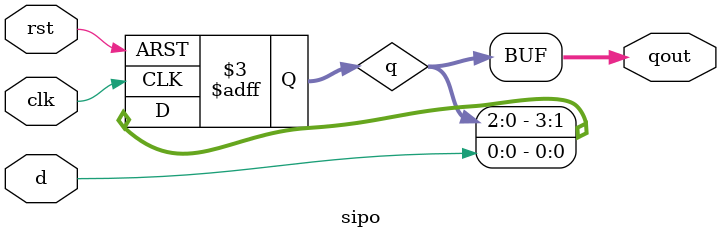
<source format=v>
module sipo(d,rst,clk,qout); 
input d,rst,clk;
output [3:0]qout;
reg [3:0]q;

wire qb0,qb1,qb2,qb3;

always @ (posedge clk or posedge rst) begin
if (rst) begin
	q[0]=0;
	q[1]=0;
	q[2]=0;
	q[3]=0;
end
else begin
	q[0]<=d;
	q[1]<=q[0];
	q[2]<=q[1];
	q[3]<=q[2];
end
end
assign qout=q;

assign qb=~q;
endmodule
</source>
